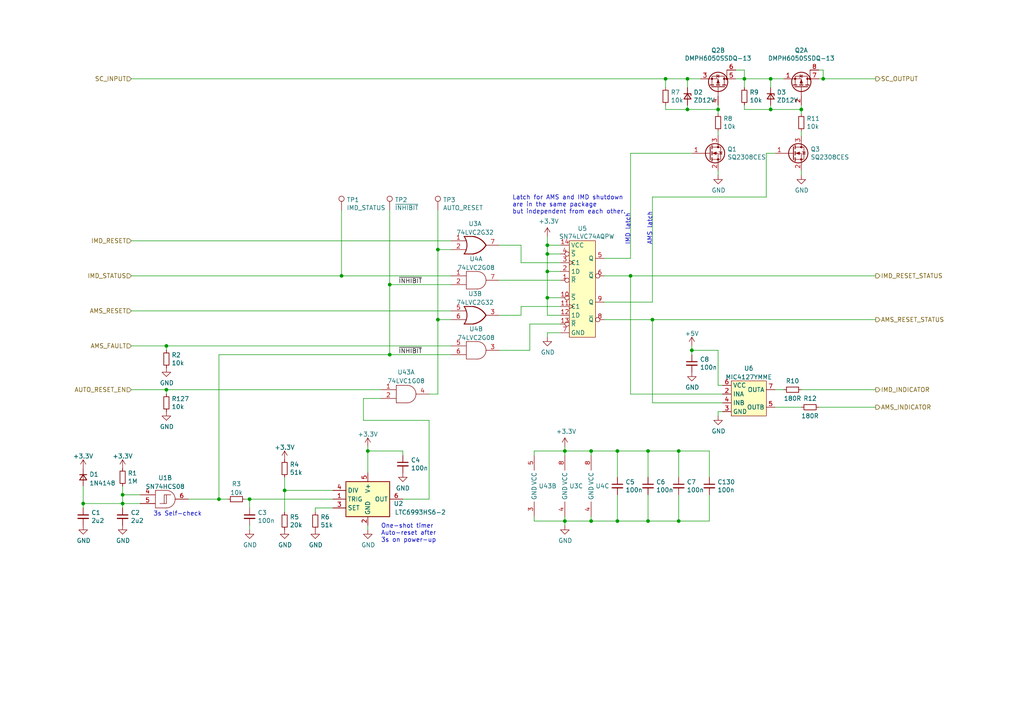
<source format=kicad_sch>
(kicad_sch (version 20230121) (generator eeschema)
  (paper "A4")
  (title_block (title "SPR23e Battery Management Unit (BMU)") (date "2023-03-25") (rev "B") (company "Scuderia Mensa HS RheinMain racing e.V.") (comment 1 "Author: Luca Engelmann") (comment 2 "Car number: 65"))
  (lib_symbols
    (symbol "74xx1G08_1"
      (property "Reference" "U" (at 3.81 6.35 0))
      (property "Value" "74xx1G08" (at 5.08 3.81 0))
      (symbol "74xx1G08_1_1_1"
        (pin input line (at -7.62 1.27 0) (length 4.318) (name "~") (number "1"))
        (pin input line (at -7.62 -1.27 0) (length 4.318) (name "~") (number "2"))
        (pin output line (at 6.35 0 180) (length 3.81) (name "~") (number "4"))
      )
      (symbol "74xx1G08_1_2_1"
        (pin input line (at 0 -8.89 90) (length 4.318) (name "GND") (number "3"))
        (pin input line (at 0 8.89 270) (length 4.318) (name "VCC") (number "5"))
      )
    )
    (symbol "74xx2G08_1"
      (property "Reference" "U" (at 3.81 6.35 0))
      (property "Value" "74xx2G08_1" (at 5.08 3.81 0))
      (symbol "74xx2G08_1_1_1"
        (pin input line (at -7.62 1.27 0) (length 4.318) (name "~") (number "1"))
        (pin input line (at -7.62 -1.27 0) (length 4.318) (name "~") (number "2"))
        (pin output line (at 6.35 0 180) (length 3.81) (name "~") (number "7"))
      )
      (symbol "74xx2G08_1_2_1"
        (pin output line (at 6.35 0 180) (length 3.81) (name "~") (number "3"))
        (pin input line (at -7.62 1.27 0) (length 4.318) (name "~") (number "5"))
        (pin input line (at -7.62 -1.27 0) (length 4.318) (name "~") (number "6"))
      )
      (symbol "74xx2G08_1_3_1"
        (pin input line (at 0 -8.89 90) (length 4.318) (name "GND") (number "4"))
        (pin input line (at 0 8.89 270) (length 4.318) (name "VCC") (number "8"))
      )
    )
    (symbol "74xx2G08_2"
      (property "Reference" "U" (at 3.81 6.35 0))
      (property "Value" "74xx2G08_2" (at 5.08 3.81 0))
      (symbol "74xx2G08_2_1_1"
        (pin input line (at -7.62 1.27 0) (length 4.318) (name "~") (number "1"))
        (pin input line (at -7.62 -1.27 0) (length 4.318) (name "~") (number "2"))
        (pin output line (at 6.35 0 180) (length 3.81) (name "~") (number "7"))
      )
      (symbol "74xx2G08_2_2_1"
        (pin output line (at 6.35 0 180) (length 3.81) (name "~") (number "3"))
        (pin input line (at -7.62 1.27 0) (length 4.318) (name "~") (number "5"))
        (pin input line (at -7.62 -1.27 0) (length 4.318) (name "~") (number "6"))
      )
      (symbol "74xx2G08_2_3_1"
        (pin input line (at 0 -8.89 90) (length 4.318) (name "GND") (number "4"))
        (pin input line (at 0 8.89 270) (length 4.318) (name "VCC") (number "8"))
      )
    )
    (symbol "74xx2G32_1"
      (property "Reference" "U" (at 5.08 6.35 0))
      (property "Value" "74xx2G32_1" (at 5.08 3.81 0))
      (symbol "74xx2G32_1_1_1"
        (pin input line (at -6.35 1.27 0) (length 4.318) (name "~") (number "1"))
        (pin input line (at -6.35 -1.27 0) (length 4.318) (name "~") (number "2"))
        (pin output line (at 7.62 0 180) (length 3.81) (name "~") (number "7"))
      )
      (symbol "74xx2G32_1_2_1"
        (pin output line (at 7.62 0 180) (length 3.81) (name "~") (number "3"))
        (pin input line (at -6.35 1.27 0) (length 4.318) (name "~") (number "5"))
        (pin input line (at -6.35 -1.27 0) (length 4.318) (name "~") (number "6"))
      )
      (symbol "74xx2G32_1_3_1"
        (pin input line (at 0 -8.89 90) (length 4.318) (name "GND") (number "4"))
        (pin input line (at 0 8.89 270) (length 4.318) (name "VCC") (number "8"))
      )
    )
    (symbol "74xx2G32_2"
      (property "Reference" "U" (at 5.08 6.35 0))
      (property "Value" "74xx2G32_2" (at 5.08 3.81 0))
      (symbol "74xx2G32_2_1_1"
        (pin input line (at -6.35 1.27 0) (length 4.318) (name "~") (number "1"))
        (pin input line (at -6.35 -1.27 0) (length 4.318) (name "~") (number "2"))
        (pin output line (at 7.62 0 180) (length 3.81) (name "~") (number "7"))
      )
      (symbol "74xx2G32_2_2_1"
        (pin output line (at 7.62 0 180) (length 3.81) (name "~") (number "3"))
        (pin input line (at -6.35 1.27 0) (length 4.318) (name "~") (number "5"))
        (pin input line (at -6.35 -1.27 0) (length 4.318) (name "~") (number "6"))
      )
      (symbol "74xx2G32_2_3_1"
        (pin input line (at 0 -8.89 90) (length 4.318) (name "GND") (number "4"))
        (pin input line (at 0 8.89 270) (length 4.318) (name "VCC") (number "8"))
      )
    )
    (symbol "Connector:TestPoint" (pin_numbers hide) (pin_names (offset 0.762) hide)
      (property "Reference" "TP" (at 0 6.858 0))
      (property "Value" "TestPoint" (at 0 5.08 0))
      (symbol "TestPoint_1_1"
        (pin passive line (at 0 0 90) (length 2.54) (name "1") (number "1"))
      )
    )
    (symbol "Device:C_Small" (pin_numbers hide) (pin_names (offset 0.254) hide)
      (property "Reference" "C" (at 0.254 1.778 0))
      (property "Value" "C_Small" (at 0.254 -2.032 0))
      (symbol "C_Small_1_1"
        (pin passive line (at 0 2.54 270) (length 2.032) (name "~") (number "1"))
        (pin passive line (at 0 -2.54 90) (length 2.032) (name "~") (number "2"))
      )
    )
    (symbol "Device:D_Small" (pin_numbers hide) (pin_names (offset 0.254) hide)
      (property "Reference" "D" (at -1.27 2.032 0))
      (property "Value" "D_Small" (at -3.81 -2.032 0))
      (symbol "D_Small_1_1"
        (pin passive line (at -2.54 0 0) (length 1.778) (name "K") (number "1"))
        (pin passive line (at 2.54 0 180) (length 1.778) (name "A") (number "2"))
      )
    )
    (symbol "Device:D_Zener_Small" (pin_numbers hide) (pin_names (offset 0.254) hide)
      (property "Reference" "D" (at 0 2.286 0))
      (property "Value" "D_Zener_Small" (at 0 -2.286 0))
      (symbol "D_Zener_Small_1_1"
        (pin passive line (at -2.54 0 0) (length 1.778) (name "K") (number "1"))
        (pin passive line (at 2.54 0 180) (length 1.778) (name "A") (number "2"))
      )
    )
    (symbol "Device:Q_NMOS_GSD" (pin_names (offset 0) hide)
      (property "Reference" "Q" (at 5.08 1.27 0))
      (property "Value" "Q_NMOS_GSD" (at 5.08 -1.27 0))
      (symbol "Q_NMOS_GSD_1_1"
        (pin input line (at -5.08 0 0) (length 2.54) (name "G") (number "1"))
        (pin passive line (at 2.54 -5.08 90) (length 2.54) (name "S") (number "2"))
        (pin passive line (at 2.54 5.08 270) (length 2.54) (name "D") (number "3"))
      )
    )
    (symbol "Device:R_Small" (pin_numbers hide) (pin_names (offset 0.254) hide)
      (property "Reference" "R" (at 0.762 0.508 0))
      (property "Value" "R_Small" (at 0.762 -1.016 0))
      (symbol "R_Small_1_1"
        (pin passive line (at 0 2.54 270) (length 0.762) (name "~") (number "1"))
        (pin passive line (at 0 -2.54 90) (length 0.762) (name "~") (number "2"))
      )
    )
    (symbol "GND_11" (power) (pin_names (offset 0))
      (property "Value" "GND_11" (at 0 -3.81 0))
      (symbol "GND_11_1_1"
        (pin power_in line (at 0 0 270) (length 0) hide (name "GND") (number "1"))
      )
    )
    (symbol "GND_12" (power) (pin_names (offset 0))
      (property "Value" "GND_12" (at 0 -3.81 0))
      (symbol "GND_12_1_1"
        (pin power_in line (at 0 0 270) (length 0) hide (name "GND") (number "1"))
      )
    )
    (symbol "GND_13" (power) (pin_names (offset 0))
      (property "Value" "GND_13" (at 0 -3.81 0))
      (symbol "GND_13_1_1"
        (pin power_in line (at 0 0 270) (length 0) hide (name "GND") (number "1"))
      )
    )
    (symbol "GND_14" (power) (pin_names (offset 0))
      (property "Value" "GND_14" (at 0 -3.81 0))
      (symbol "GND_14_1_1"
        (pin power_in line (at 0 0 270) (length 0) hide (name "GND") (number "1"))
      )
    )
    (symbol "GND_4" (power) (pin_names (offset 0))
      (property "Value" "GND_4" (at 0 -3.81 0))
      (symbol "GND_4_1_1"
        (pin power_in line (at 0 0 270) (length 0) hide (name "GND") (number "1"))
      )
    )
    (symbol "GND_6" (power) (pin_names (offset 0))
      (property "Value" "GND_6" (at 0 -3.81 0))
      (symbol "GND_6_1_1"
        (pin power_in line (at 0 0 270) (length 0) hide (name "GND") (number "1"))
      )
    )
    (symbol "GND_8" (power) (pin_names (offset 0))
      (property "Value" "GND_8" (at 0 -3.81 0))
      (symbol "GND_8_1_1"
        (pin power_in line (at 0 0 270) (length 0) hide (name "GND") (number "1"))
      )
    )
    (symbol "Scuderia:74HCS08"
      (property "Reference" "U" (at 2.54 6.35 0))
      (property "Value" "74HCS08" (at 5.08 3.81 0))
      (symbol "74HCS08_1_1"
        (pin input line (at -7.62 1.27 0) (length 4.318) (name "~") (number "1"))
        (pin input line (at -7.62 -1.27 0) (length 4.318) (name "~") (number "2"))
        (pin output line (at 6.35 0 180) (length 3.81) (name "~") (number "3"))
      )
      (symbol "74HCS08_2_1"
        (pin input line (at -7.62 1.27 0) (length 4.318) (name "~") (number "4"))
        (pin input line (at -7.62 -1.27 0) (length 4.318) (name "~") (number "5"))
        (pin output line (at 6.35 0 180) (length 3.81) (name "~") (number "6"))
      )
      (symbol "74HCS08_3_1"
        (pin input line (at -7.62 -1.27 0) (length 4.318) (name "~") (number "10"))
        (pin output line (at 6.35 0 180) (length 3.81) (name "~") (number "8"))
        (pin input line (at -7.62 1.27 0) (length 4.318) (name "~") (number "9"))
      )
      (symbol "74HCS08_4_1"
        (pin output line (at 6.35 0 180) (length 3.81) (name "~") (number "11"))
        (pin input line (at -7.62 1.27 0) (length 4.318) (name "~") (number "12"))
        (pin input line (at -7.62 -1.27 0) (length 4.318) (name "~") (number "13"))
      )
      (symbol "74HCS08_5_1"
        (pin input line (at 0 8.89 270) (length 4.318) (name "VCC") (number "14"))
        (pin input line (at 0 -8.89 90) (length 4.318) (name "GND") (number "7"))
      )
    )
    (symbol "Scuderia:74xx1G08"
      (property "Reference" "U" (at 3.81 6.35 0))
      (property "Value" "74xx1G08" (at 5.08 3.81 0))
      (symbol "74xx1G08_1_1"
        (pin input line (at -7.62 1.27 0) (length 4.318) (name "~") (number "1"))
        (pin input line (at -7.62 -1.27 0) (length 4.318) (name "~") (number "2"))
        (pin output line (at 6.35 0 180) (length 3.81) (name "~") (number "4"))
      )
      (symbol "74xx1G08_2_1"
        (pin input line (at 0 -8.89 90) (length 4.318) (name "GND") (number "3"))
        (pin input line (at 0 8.89 270) (length 4.318) (name "VCC") (number "5"))
      )
    )
    (symbol "Scuderia:74xx2G08"
      (property "Reference" "U" (at 3.81 6.35 0))
      (property "Value" "74xx2G08" (at 5.08 3.81 0))
      (symbol "74xx2G08_1_1"
        (pin input line (at -7.62 1.27 0) (length 4.318) (name "~") (number "1"))
        (pin input line (at -7.62 -1.27 0) (length 4.318) (name "~") (number "2"))
        (pin output line (at 6.35 0 180) (length 3.81) (name "~") (number "7"))
      )
      (symbol "74xx2G08_2_1"
        (pin output line (at 6.35 0 180) (length 3.81) (name "~") (number "3"))
        (pin input line (at -7.62 1.27 0) (length 4.318) (name "~") (number "5"))
        (pin input line (at -7.62 -1.27 0) (length 4.318) (name "~") (number "6"))
      )
      (symbol "74xx2G08_3_1"
        (pin input line (at 0 -8.89 90) (length 4.318) (name "GND") (number "4"))
        (pin input line (at 0 8.89 270) (length 4.318) (name "VCC") (number "8"))
      )
    )
    (symbol "Scuderia:74xx2G32"
      (property "Reference" "U" (at 5.08 6.35 0))
      (property "Value" "74xx2G32" (at 5.08 3.81 0))
      (symbol "74xx2G32_1_1"
        (pin input line (at -6.35 1.27 0) (length 4.318) (name "~") (number "1"))
        (pin input line (at -6.35 -1.27 0) (length 4.318) (name "~") (number "2"))
        (pin output line (at 7.62 0 180) (length 3.81) (name "~") (number "7"))
      )
      (symbol "74xx2G32_2_1"
        (pin output line (at 7.62 0 180) (length 3.81) (name "~") (number "3"))
        (pin input line (at -6.35 1.27 0) (length 4.318) (name "~") (number "5"))
        (pin input line (at -6.35 -1.27 0) (length 4.318) (name "~") (number "6"))
      )
      (symbol "74xx2G32_3_1"
        (pin input line (at 0 -8.89 90) (length 4.318) (name "GND") (number "4"))
        (pin input line (at 0 8.89 270) (length 4.318) (name "VCC") (number "8"))
      )
    )
    (symbol "Scuderia:74xx74"
      (property "Reference" "U" (at 0 17.78 0))
      (property "Value" "74xx74" (at 0 15.24 0))
      (symbol "74xx74_1_1"
        (pin input inverted (at -6.35 2.54 0) (length 2.54) (name "~{R}") (number "1"))
        (pin input inverted (at -6.35 -2.54 0) (length 2.54) (name "~{S}") (number "10"))
        (pin input clock (at -6.35 -5.08 0) (length 2.54) (name "C1") (number "11"))
        (pin input line (at -6.35 -7.62 0) (length 2.54) (name "1D") (number "12"))
        (pin input inverted (at -6.35 -10.16 0) (length 2.54) (name "~{R}") (number "13"))
        (pin input line (at -6.35 12.7 0) (length 2.54) (name "VCC") (number "14"))
        (pin input line (at -6.35 5.08 0) (length 2.54) (name "1D") (number "2"))
        (pin input clock (at -6.35 7.62 0) (length 2.54) (name "C1") (number "3"))
        (pin input inverted (at -6.35 10.16 0) (length 2.54) (name "~{S}") (number "4"))
        (pin output line (at 6.35 8.89 180) (length 2.54) (name "Q") (number "5"))
        (pin output inverted (at 6.35 3.81 180) (length 2.54) (name "~{Q}") (number "6"))
        (pin input line (at -6.35 -12.7 0) (length 2.54) (name "GND") (number "7"))
        (pin output inverted (at 6.35 -8.89 180) (length 2.54) (name "~{Q}") (number "8"))
        (pin output line (at 6.35 -3.81 180) (length 2.54) (name "Q") (number "9"))
      )
    )
    (symbol "Scuderia:MIC4127"
      (property "Reference" "U" (at -5.08 10.16 0))
      (property "Value" "MIC4127" (at -5.08 7.62 0))
      (symbol "MIC4127_1_1"
        (pin input line (at -7.62 1.27 0) (length 2.54) (name "INA") (number "2"))
        (pin input line (at -7.62 -3.81 0) (length 2.54) (name "GND") (number "3"))
        (pin input line (at -7.62 -1.27 0) (length 2.54) (name "INB") (number "4"))
        (pin output line (at 7.62 -2.54 180) (length 2.54) (name "OUTB") (number "5"))
        (pin input line (at -7.62 3.81 0) (length 2.54) (name "VCC") (number "6"))
        (pin output line (at 7.62 2.54 180) (length 2.54) (name "OUTA") (number "7"))
        (pin input line (at -7.62 -3.81 0) (length 2.54) hide (name "GND") (number "9"))
      )
    )
    (symbol "Timer:LTC6993xS6-1"
      (property "Reference" "U" (at -5.08 6.35 0))
      (property "Value" "LTC6993xS6-1" (at 7.62 6.35 0))
      (symbol "LTC6993xS6-1_1_1"
        (pin input line (at -10.16 0 0) (length 3.81) (name "TRIG") (number "1"))
        (pin power_in line (at 0 -7.62 90) (length 2.54) (name "GND") (number "2"))
        (pin passive line (at -10.16 -2.54 0) (length 3.81) (name "SET") (number "3"))
        (pin input line (at -10.16 2.54 0) (length 3.81) (name "DIV") (number "4"))
        (pin power_in line (at 0 7.62 270) (length 2.54) (name "V+") (number "5"))
        (pin output line (at 10.16 0 180) (length 3.81) (name "OUT") (number "6"))
      )
    )
    (symbol "power:+3.3V" (power) (pin_names (offset 0))
      (property "Value" "+3.3V" (at 0 3.556 0))
      (symbol "+3.3V_1_1"
        (pin power_in line (at 0 0 90) (length 0) hide (name "+3.3V") (number "1"))
      )
    )
    (symbol "power:+5V" (power) (pin_names (offset 0))
      (property "Value" "+5V" (at 0 3.556 0))
      (symbol "+5V_1_1"
        (pin power_in line (at 0 0 90) (length 0) hide (name "+5V") (number "1"))
      )
    )
    (symbol "power:GND" (power) (pin_names (offset 0))
      (property "Value" "GND" (at 0 -3.81 0))
      (symbol "GND_1_1"
        (pin power_in line (at 0 0 270) (length 0) hide (name "GND") (number "1"))
      )
    )
    (symbol "spr22e-bmu-rescue:Q_DUAL_PMOS_S1G1S2G2D2D2D1D1-Device" (pin_names (offset 0) hide)
      (property "Reference" "Q" (at 6.35 1.27 0))
      (property "Value" "Q_DUAL_PMOS_S1G1S2G2D2D2D1D1-Device" (at 21.59 -1.27 0))
      (symbol "Q_DUAL_PMOS_S1G1S2G2D2D2D1D1-Device_1_1"
        (pin passive line (at 2.54 -5.08 90) (length 2.54) (name "S") (number "1"))
        (pin input line (at -5.08 0 0) (length 2.54) (name "G") (number "2"))
        (pin passive line (at 2.54 5.08 270) (length 2.54) (name "D") (number "7"))
        (pin passive line (at 5.08 5.08 270) (length 2.54) (name "G") (number "8"))
      )
      (symbol "Q_DUAL_PMOS_S1G1S2G2D2D2D1D1-Device_2_1"
        (pin passive line (at 2.54 -5.08 90) (length 2.54) (name "S") (number "3"))
        (pin input line (at -5.08 0 0) (length 2.54) (name "G") (number "4"))
        (pin passive line (at 2.54 5.08 270) (length 2.54) (name "D") (number "5"))
        (pin passive line (at 5.08 5.08 270) (length 2.54) (name "G") (number "6"))
      )
    )
  )
  (junction (at 208.28 31.75))
  (junction (at 24.13 146.05))
  (junction (at 63.5 144.78))
  (junction (at 232.41 31.75))
  (junction (at 200.66 101.6))
  (junction (at 223.52 22.86))
  (junction (at 179.07 130.81))
  (junction (at 99.06 80.01))
  (junction (at 48.26 100.33))
  (junction (at 215.9 22.86))
  (junction (at 189.23 92.71))
  (junction (at 163.83 151.13))
  (junction (at 72.39 144.78))
  (junction (at 196.85 130.81))
  (junction (at 158.75 71.12))
  (junction (at 199.39 31.75))
  (junction (at 158.75 73.66))
  (junction (at 223.52 31.75))
  (junction (at 187.96 130.81))
  (junction (at 196.85 151.13))
  (junction (at 238.76 22.86))
  (junction (at 182.88 80.01))
  (junction (at 113.03 102.87))
  (junction (at 127 72.39))
  (junction (at 187.96 151.13))
  (junction (at 158.75 78.74))
  (junction (at 48.26 113.03))
  (junction (at 158.75 86.36))
  (junction (at 35.56 146.05))
  (junction (at 163.83 130.81))
  (junction (at 179.07 151.13))
  (junction (at 171.45 130.81))
  (junction (at 199.39 22.86))
  (junction (at 35.56 143.51))
  (junction (at 193.04 22.86))
  (junction (at 127 92.71))
  (junction (at 82.55 142.24))
  (junction (at 106.68 130.81))
  (junction (at 113.03 82.55))
  (junction (at 171.45 151.13))
  (wire (pts (xy 38.1 22.86) (xy 193.04 22.86)))
  (wire (pts (xy 232.41 113.03) (xy 254 113.03)))
  (wire (pts (xy 96.52 142.24) (xy 82.55 142.24)))
  (wire (pts (xy 35.56 146.05) (xy 35.56 147.32)))
  (wire (pts (xy 116.84 144.78) (xy 124.46 144.78)))
  (wire (pts (xy 237.49 20.32) (xy 238.76 20.32)))
  (wire (pts (xy 227.33 22.86) (xy 223.52 22.86)))
  (wire (pts (xy 106.68 130.81) (xy 106.68 129.54)))
  (wire (pts (xy 154.94 132.08) (xy 154.94 130.81)))
  (wire (pts (xy 72.39 144.78) (xy 72.39 147.32)))
  (wire (pts (xy 38.1 80.01) (xy 99.06 80.01)))
  (wire (pts (xy 199.39 30.48) (xy 199.39 31.75)))
  (wire (pts (xy 38.1 69.85) (xy 130.81 69.85)))
  (wire (pts (xy 113.03 102.87) (xy 130.81 102.87)))
  (wire (pts (xy 232.41 38.1) (xy 232.41 39.37)))
  (wire (pts (xy 158.75 96.52) (xy 158.75 97.79)))
  (wire (pts (xy 162.56 86.36) (xy 158.75 86.36)))
  (wire (pts (xy 238.76 20.32) (xy 238.76 22.86)))
  (wire (pts (xy 144.78 81.28) (xy 162.56 81.28)))
  (wire (pts (xy 189.23 92.71) (xy 189.23 116.84)))
  (wire (pts (xy 189.23 87.63) (xy 189.23 57.15)))
  (wire (pts (xy 54.61 144.78) (xy 63.5 144.78)))
  (wire (pts (xy 187.96 143.51) (xy 187.96 151.13)))
  (wire (pts (xy 196.85 130.81) (xy 196.85 138.43)))
  (wire (pts (xy 48.26 100.33) (xy 130.81 100.33)))
  (wire (pts (xy 199.39 31.75) (xy 208.28 31.75)))
  (wire (pts (xy 48.26 113.03) (xy 110.49 113.03)))
  (wire (pts (xy 113.03 60.96) (xy 113.03 82.55)))
  (wire (pts (xy 171.45 130.81) (xy 179.07 130.81)))
  (wire (pts (xy 199.39 22.86) (xy 199.39 25.4)))
  (wire (pts (xy 154.94 149.86) (xy 154.94 151.13)))
  (wire (pts (xy 24.13 146.05) (xy 35.56 146.05)))
  (wire (pts (xy 127 60.96) (xy 127 72.39)))
  (wire (pts (xy 203.2 22.86) (xy 199.39 22.86)))
  (wire (pts (xy 35.56 140.97) (xy 35.56 143.51)))
  (wire (pts (xy 105.41 115.57) (xy 110.49 115.57)))
  (wire (pts (xy 179.07 143.51) (xy 179.07 151.13)))
  (wire (pts (xy 232.41 31.75) (xy 232.41 30.48)))
  (wire (pts (xy 232.41 118.11) (xy 224.79 118.11)))
  (wire (pts (xy 208.28 50.8) (xy 208.28 49.53)))
  (wire (pts (xy 63.5 144.78) (xy 66.04 144.78)))
  (wire (pts (xy 179.07 151.13) (xy 187.96 151.13)))
  (wire (pts (xy 106.68 152.4) (xy 106.68 153.67)))
  (wire (pts (xy 238.76 22.86) (xy 254 22.86)))
  (wire (pts (xy 162.56 93.98) (xy 153.67 93.98)))
  (wire (pts (xy 63.5 102.87) (xy 113.03 102.87)))
  (wire (pts (xy 171.45 151.13) (xy 179.07 151.13)))
  (wire (pts (xy 215.9 30.48) (xy 215.9 31.75)))
  (wire (pts (xy 162.56 91.44) (xy 158.75 91.44)))
  (wire (pts (xy 163.83 151.13) (xy 171.45 151.13)))
  (wire (pts (xy 158.75 91.44) (xy 158.75 86.36)))
  (wire (pts (xy 127 114.3) (xy 127 92.71)))
  (wire (pts (xy 175.26 80.01) (xy 182.88 80.01)))
  (wire (pts (xy 153.67 93.98) (xy 153.67 101.6)))
  (wire (pts (xy 200.66 101.6) (xy 208.28 101.6)))
  (wire (pts (xy 158.75 73.66) (xy 158.75 71.12)))
  (wire (pts (xy 82.55 142.24) (xy 82.55 138.43)))
  (wire (pts (xy 196.85 143.51) (xy 196.85 151.13)))
  (wire (pts (xy 200.66 101.6) (xy 200.66 102.87)))
  (wire (pts (xy 187.96 130.81) (xy 196.85 130.81)))
  (wire (pts (xy 222.25 57.15) (xy 222.25 44.45)))
  (wire (pts (xy 35.56 143.51) (xy 40.64 143.51)))
  (wire (pts (xy 208.28 33.02) (xy 208.28 31.75)))
  (wire (pts (xy 215.9 31.75) (xy 223.52 31.75)))
  (wire (pts (xy 189.23 92.71) (xy 254 92.71)))
  (wire (pts (xy 105.41 121.92) (xy 105.41 115.57)))
  (wire (pts (xy 232.41 33.02) (xy 232.41 31.75)))
  (wire (pts (xy 205.74 151.13) (xy 196.85 151.13)))
  (wire (pts (xy 223.52 25.4) (xy 223.52 22.86)))
  (wire (pts (xy 193.04 31.75) (xy 199.39 31.75)))
  (wire (pts (xy 158.75 78.74) (xy 158.75 73.66)))
  (wire (pts (xy 116.84 132.08) (xy 116.84 130.81)))
  (wire (pts (xy 205.74 143.51) (xy 205.74 151.13)))
  (wire (pts (xy 208.28 111.76) (xy 209.55 111.76)))
  (wire (pts (xy 193.04 25.4) (xy 193.04 22.86)))
  (wire (pts (xy 99.06 60.96) (xy 99.06 80.01)))
  (wire (pts (xy 72.39 144.78) (xy 96.52 144.78)))
  (wire (pts (xy 127 92.71) (xy 127 72.39)))
  (wire (pts (xy 163.83 130.81) (xy 163.83 132.08)))
  (wire (pts (xy 35.56 143.51) (xy 35.56 146.05)))
  (wire (pts (xy 208.28 101.6) (xy 208.28 111.76)))
  (wire (pts (xy 222.25 44.45) (xy 224.79 44.45)))
  (wire (pts (xy 213.36 20.32) (xy 215.9 20.32)))
  (wire (pts (xy 208.28 31.75) (xy 208.28 30.48)))
  (wire (pts (xy 215.9 20.32) (xy 215.9 22.86)))
  (wire (pts (xy 38.1 100.33) (xy 48.26 100.33)))
  (wire (pts (xy 182.88 74.93) (xy 182.88 44.45)))
  (wire (pts (xy 24.13 140.97) (xy 24.13 146.05)))
  (wire (pts (xy 99.06 80.01) (xy 130.81 80.01)))
  (wire (pts (xy 162.56 96.52) (xy 158.75 96.52)))
  (wire (pts (xy 187.96 151.13) (xy 196.85 151.13)))
  (wire (pts (xy 215.9 25.4) (xy 215.9 22.86)))
  (wire (pts (xy 124.46 114.3) (xy 127 114.3)))
  (wire (pts (xy 158.75 71.12) (xy 158.75 68.58)))
  (wire (pts (xy 38.1 113.03) (xy 48.26 113.03)))
  (wire (pts (xy 154.94 130.81) (xy 163.83 130.81)))
  (wire (pts (xy 151.13 91.44) (xy 144.78 91.44)))
  (wire (pts (xy 205.74 138.43) (xy 205.74 130.81)))
  (wire (pts (xy 223.52 31.75) (xy 232.41 31.75)))
  (wire (pts (xy 175.26 87.63) (xy 189.23 87.63)))
  (wire (pts (xy 208.28 119.38) (xy 208.28 120.65)))
  (wire (pts (xy 127 92.71) (xy 130.81 92.71)))
  (wire (pts (xy 215.9 22.86) (xy 213.36 22.86)))
  (wire (pts (xy 162.56 78.74) (xy 158.75 78.74)))
  (wire (pts (xy 163.83 130.81) (xy 171.45 130.81)))
  (wire (pts (xy 124.46 121.92) (xy 105.41 121.92)))
  (wire (pts (xy 158.75 86.36) (xy 158.75 78.74)))
  (wire (pts (xy 200.66 100.33) (xy 200.66 101.6)))
  (wire (pts (xy 106.68 130.81) (xy 106.68 137.16)))
  (wire (pts (xy 187.96 130.81) (xy 187.96 138.43)))
  (wire (pts (xy 162.56 88.9) (xy 151.13 88.9)))
  (wire (pts (xy 82.55 142.24) (xy 82.55 148.59)))
  (wire (pts (xy 124.46 144.78) (xy 124.46 121.92)))
  (wire (pts (xy 171.45 149.86) (xy 171.45 151.13)))
  (wire (pts (xy 162.56 71.12) (xy 158.75 71.12)))
  (wire (pts (xy 232.41 50.8) (xy 232.41 49.53)))
  (wire (pts (xy 223.52 22.86) (xy 215.9 22.86)))
  (wire (pts (xy 72.39 152.4) (xy 72.39 153.67)))
  (wire (pts (xy 179.07 130.81) (xy 179.07 138.43)))
  (wire (pts (xy 237.49 22.86) (xy 238.76 22.86)))
  (wire (pts (xy 113.03 82.55) (xy 113.03 102.87)))
  (wire (pts (xy 71.12 144.78) (xy 72.39 144.78)))
  (wire (pts (xy 189.23 57.15) (xy 222.25 57.15)))
  (wire (pts (xy 151.13 76.2) (xy 151.13 71.12)))
  (wire (pts (xy 227.33 113.03) (xy 224.79 113.03)))
  (wire (pts (xy 153.67 101.6) (xy 144.78 101.6)))
  (wire (pts (xy 163.83 151.13) (xy 163.83 152.4)))
  (wire (pts (xy 179.07 130.81) (xy 187.96 130.81)))
  (wire (pts (xy 175.26 74.93) (xy 182.88 74.93)))
  (wire (pts (xy 63.5 102.87) (xy 63.5 144.78)))
  (wire (pts (xy 182.88 114.3) (xy 209.55 114.3)))
  (wire (pts (xy 193.04 22.86) (xy 199.39 22.86)))
  (wire (pts (xy 182.88 80.01) (xy 254 80.01)))
  (wire (pts (xy 162.56 76.2) (xy 151.13 76.2)))
  (wire (pts (xy 38.1 90.17) (xy 130.81 90.17)))
  (wire (pts (xy 144.78 71.12) (xy 151.13 71.12)))
  (wire (pts (xy 96.52 147.32) (xy 91.44 147.32)))
  (wire (pts (xy 237.49 118.11) (xy 254 118.11)))
  (wire (pts (xy 35.56 146.05) (xy 40.64 146.05)))
  (wire (pts (xy 127 72.39) (xy 130.81 72.39)))
  (wire (pts (xy 162.56 73.66) (xy 158.75 73.66)))
  (wire (pts (xy 151.13 88.9) (xy 151.13 91.44)))
  (wire (pts (xy 163.83 129.54) (xy 163.83 130.81)))
  (wire (pts (xy 48.26 113.03) (xy 48.26 114.3)))
  (wire (pts (xy 154.94 151.13) (xy 163.83 151.13)))
  (wire (pts (xy 24.13 147.32) (xy 24.13 146.05)))
  (wire (pts (xy 223.52 31.75) (xy 223.52 30.48)))
  (wire (pts (xy 130.81 82.55) (xy 113.03 82.55)))
  (wire (pts (xy 182.88 80.01) (xy 182.88 114.3)))
  (wire (pts (xy 175.26 92.71) (xy 189.23 92.71)))
  (wire (pts (xy 91.44 147.32) (xy 91.44 148.59)))
  (wire (pts (xy 116.84 130.81) (xy 106.68 130.81)))
  (wire (pts (xy 193.04 30.48) (xy 193.04 31.75)))
  (wire (pts (xy 48.26 100.33) (xy 48.26 101.6)))
  (wire (pts (xy 209.55 116.84) (xy 189.23 116.84)))
  (wire (pts (xy 171.45 130.81) (xy 171.45 132.08)))
  (wire (pts (xy 209.55 119.38) (xy 208.28 119.38)))
  (wire (pts (xy 182.88 44.45) (xy 200.66 44.45)))
  (wire (pts (xy 205.74 130.81) (xy 196.85 130.81)))
  (wire (pts (xy 163.83 149.86) (xy 163.83 151.13)))
  (wire (pts (xy 208.28 39.37) (xy 208.28 38.1)))
  (text "Latch for AMS and IMD shutdown\nare in the same package\nbut independent from each other." (at 148.59 62.23 0) (effects (font (size 1.27 1.27)) (justify left bottom)))
  (text "3s Self-check" (at 44.45 149.86 0) (effects (font (size 1.27 1.27)) (justify left bottom)))
  (text "One-shot timer\nAuto-reset after \n3s on power-up" (at 110.49 157.48 0) (effects (font (size 1.27 1.27)) (justify left bottom)))
  (text "AMS latch" (at 189.23 71.12 90) (effects (font (size 1.27 1.27)) (justify left bottom)))
  (text "IMD latch" (at 182.88 71.12 90) (effects (font (size 1.27 1.27)) (justify left bottom)))
  (label "~{INHIBIT}" (at 115.57 102.87 0))
  (label "~{INHIBIT}" (at 115.57 82.55 0))
  (hierarchical_label "IMD_RESET_STATUS" (shape output) (at 254 80.01 0))
  (hierarchical_label "AMS_RESET_STATUS" (shape output) (at 254 92.71 0))
  (hierarchical_label "AMS_INDICATOR" (shape output) (at 254 118.11 0))
  (hierarchical_label "AUTO_RESET_EN" (shape input) (at 38.1 113.03 180))
  (hierarchical_label "SC_OUTPUT" (shape output) (at 254 22.86 0))
  (hierarchical_label "AMS_FAULT" (shape input) (at 38.1 100.33 180))
  (hierarchical_label "IMD_INDICATOR" (shape output) (at 254 113.03 0))
  (hierarchical_label "SC_INPUT" (shape input) (at 38.1 22.86 180))
  (hierarchical_label "IMD_RESET" (shape input) (at 38.1 69.85 180))
  (hierarchical_label "IMD_STATUS" (shape input) (at 38.1 80.01 180))
  (hierarchical_label "AMS_RESET" (shape input) (at 38.1 90.17 180))
  (symbol (lib_name "GND_4") (lib_id "power:GND") (at 158.75 97.79 0) (unit 1)
    (property "Reference" "#PWR026" (effects hide))
    (property "Value" "GND" (at 158.877 102.1842 0))
  )
  (symbol (lib_id "power:+3.3V") (at 158.75 68.58 0) (unit 1)
    (property "Reference" "#PWR025" (effects hide))
    (property "Value" "+3.3V" (at 159.131 64.1858 0))
  )
  (symbol (lib_id "spr22e-bmu-rescue:Q_DUAL_PMOS_S1G1S2G2D2D2D1D1-Device") (at 232.41 25.4 270) (mirror x) (unit 1)
    (property "Reference" "Q2" (at 232.41 14.605 90))
    (property "Value" "DMPH6050SSDQ-13" (at 232.41 16.9164 90))
    (property "Footprint" "Package_SO:SOIC-8_3.9x4.9mm_P1.27mm" (effects hide))
  )
  (symbol (lib_id "spr22e-bmu-rescue:Q_DUAL_PMOS_S1G1S2G2D2D2D1D1-Device") (at 208.28 25.4 270) (mirror x) (unit 2)
    (property "Reference" "Q2" (at 208.28 14.605 90))
    (property "Value" "DMPH6050SSDQ-13" (at 208.28 16.9164 90))
    (property "Footprint" "Package_SO:SOIC-8_3.9x4.9mm_P1.27mm" (effects hide))
  )
  (symbol (lib_id "Device:D_Zener_Small") (at 199.39 27.94 270) (unit 1)
    (property "Reference" "D2" (at 201.168 26.7716 90) (effects (justify left)))
    (property "Value" "ZD12V" (at 201.168 29.083 90) (effects (justify left)))
    (property "Footprint" "Diode_SMD:D_SOD-123" (effects hide))
  )
  (symbol (lib_id "Device:D_Zener_Small") (at 223.52 27.94 270) (unit 1)
    (property "Reference" "D3" (at 225.298 26.7716 90) (effects (justify left)))
    (property "Value" "ZD12V" (at 225.298 29.083 90) (effects (justify left)))
    (property "Footprint" "Diode_SMD:D_SOD-123" (effects hide))
  )
  (symbol (lib_id "Device:R_Small") (at 193.04 27.94 0) (unit 1)
    (property "Reference" "R7" (at 194.5386 26.7716 0) (effects (justify left)))
    (property "Value" "10k" (at 194.5386 29.083 0) (effects (justify left)))
    (property "Footprint" "Resistor_SMD:R_0603_1608Metric" (effects hide))
  )
  (symbol (lib_id "Device:R_Small") (at 215.9 27.94 0) (unit 1)
    (property "Reference" "R9" (at 217.3986 26.7716 0) (effects (justify left)))
    (property "Value" "10k" (at 217.3986 29.083 0) (effects (justify left)))
    (property "Footprint" "Resistor_SMD:R_0603_1608Metric" (effects hide))
  )
  (symbol (lib_id "Device:Q_NMOS_GSD") (at 205.74 44.45 0) (unit 1)
    (property "Reference" "Q1" (at 210.947 43.2816 0) (effects (justify left)))
    (property "Value" "SQ2308CES" (at 210.947 45.593 0) (effects (justify left)))
    (property "Footprint" "Scuderia:SOT-23" (effects hide))
  )
  (symbol (lib_id "Device:Q_NMOS_GSD") (at 229.87 44.45 0) (unit 1)
    (property "Reference" "Q3" (at 235.077 43.2816 0) (effects (justify left)))
    (property "Value" "SQ2308CES" (at 235.077 45.593 0) (effects (justify left)))
    (property "Footprint" "Scuderia:SOT-23" (effects hide))
  )
  (symbol (lib_id "Device:R_Small") (at 208.28 35.56 0) (unit 1)
    (property "Reference" "R8" (at 209.7786 34.3916 0) (effects (justify left)))
    (property "Value" "10k" (at 209.7786 36.703 0) (effects (justify left)))
    (property "Footprint" "Resistor_SMD:R_0603_1608Metric" (effects hide))
  )
  (symbol (lib_id "Device:R_Small") (at 232.41 35.56 0) (unit 1)
    (property "Reference" "R11" (at 233.9086 34.3916 0) (effects (justify left)))
    (property "Value" "10k" (at 233.9086 36.703 0) (effects (justify left)))
    (property "Footprint" "Resistor_SMD:R_0603_1608Metric" (effects hide))
  )
  (symbol (lib_id "power:GND") (at 208.28 50.8 0) (unit 1)
    (property "Reference" "#PWR031" (effects hide))
    (property "Value" "GND" (at 208.407 55.1942 0))
  )
  (symbol (lib_name "GND_13") (lib_id "power:GND") (at 232.41 50.8 0) (unit 1)
    (property "Reference" "#PWR033" (effects hide))
    (property "Value" "GND" (at 232.537 55.1942 0))
  )
  (symbol (lib_id "Device:R_Small") (at 234.95 118.11 90) (unit 1)
    (property "Reference" "R12" (at 234.95 115.57 90))
    (property "Value" "180R" (at 234.95 120.65 90))
    (property "Footprint" "Resistor_SMD:R_0603_1608Metric" (effects hide))
  )
  (symbol (lib_id "Device:R_Small") (at 229.87 113.03 90) (unit 1)
    (property "Reference" "R10" (at 229.87 110.49 90))
    (property "Value" "180R" (at 229.87 115.57 90))
    (property "Footprint" "Resistor_SMD:R_0603_1608Metric" (effects hide))
  )
  (symbol (lib_id "Device:C_Small") (at 179.07 140.97 0) (unit 1)
    (property "Reference" "C5" (at 181.4068 139.8016 0) (effects (justify left)))
    (property "Value" "100n" (at 181.4068 142.113 0) (effects (justify left)))
    (property "Footprint" "Capacitor_SMD:C_0603_1608Metric" (effects hide))
  )
  (symbol (lib_id "Device:C_Small") (at 187.96 140.97 0) (unit 1)
    (property "Reference" "C6" (at 190.2968 139.8016 0) (effects (justify left)))
    (property "Value" "100n" (at 190.2968 142.113 0) (effects (justify left)))
    (property "Footprint" "Capacitor_SMD:C_0603_1608Metric" (effects hide))
  )
  (symbol (lib_id "Device:C_Small") (at 196.85 140.97 0) (unit 1)
    (property "Reference" "C7" (at 199.1868 139.8016 0) (effects (justify left)))
    (property "Value" "100n" (at 199.1868 142.113 0) (effects (justify left)))
    (property "Footprint" "Capacitor_SMD:C_0603_1608Metric" (effects hide))
  )
  (symbol (lib_id "Scuderia:MIC4127") (at 217.17 115.57 0) (unit 1)
    (property "Reference" "U6" (at 217.17 106.841 0))
    (property "Value" "MIC4127YMME" (at 217.17 109.3779 0))
    (property "Footprint" "Package_SO:MSOP-8-1EP_3x3mm_P0.65mm_EP1.95x2.15mm_ThermalVias" (effects hide))
  )
  (symbol (lib_id "Device:R_Small") (at 82.55 135.89 0) (unit 1)
    (property "Reference" "R4" (at 84.0486 134.7216 0) (effects (justify left)))
    (property "Value" "51k" (at 84.0486 137.033 0) (effects (justify left)))
    (property "Footprint" "Resistor_SMD:R_0603_1608Metric" (effects hide))
  )
  (symbol (lib_id "Scuderia:74xx2G32") (at 163.83 140.97 0) (unit 3)
    (property "Reference" "U3" (at 165.1 140.97 0) (effects (justify left)))
    (property "Value" "74LVC2G32" (effects hide))
    (property "Footprint" "Package_SO:VSSOP-8_2.4x2.1mm_P0.5mm" (effects hide))
  )
  (symbol (lib_id "power:+5V") (at 200.66 100.33 0) (unit 1)
    (property "Reference" "#PWR029" (effects hide))
    (property "Value" "+5V" (at 200.66 96.7542 0))
  )
  (symbol (lib_id "Device:C_Small") (at 72.39 149.86 0) (unit 1)
    (property "Reference" "C3" (at 74.7268 148.6916 0) (effects (justify left)))
    (property "Value" "100n" (at 74.7268 151.003 0) (effects (justify left)))
    (property "Footprint" "Capacitor_SMD:C_0603_1608Metric" (effects hide))
  )
  (symbol (lib_id "Device:R_Small") (at 91.44 151.13 0) (unit 1)
    (property "Reference" "R6" (at 92.9386 149.9616 0) (effects (justify left)))
    (property "Value" "51k" (at 92.9386 152.273 0) (effects (justify left)))
    (property "Footprint" "Resistor_SMD:R_0603_1608Metric" (effects hide))
  )
  (symbol (lib_name "GND_8") (lib_id "power:GND") (at 72.39 153.67 0) (unit 1)
    (property "Reference" "#PWR018" (effects hide))
    (property "Value" "GND" (at 72.517 158.0642 0))
  )
  (symbol (lib_id "power:+3.3V") (at 24.13 135.89 0) (unit 1)
    (property "Reference" "#PWR013" (effects hide))
    (property "Value" "+3.3V" (at 24.13 132.3142 0))
  )
  (symbol (lib_id "power:+3.3V") (at 82.55 133.35 0) (unit 1)
    (property "Reference" "#PWR019" (effects hide))
    (property "Value" "+3.3V" (at 82.55 129.7742 0))
  )
  (symbol (lib_id "Connector:TestPoint") (at 113.03 60.96 0) (unit 1)
    (property "Reference" "TP2" (at 114.5032 57.9628 0) (effects (justify left)))
    (property "Value" "~{INHIBIT}" (at 114.5032 60.2742 0) (effects (justify left)))
    (property "Footprint" "TestPoint:TestPoint_Pad_D1.5mm" (effects hide))
  )
  (symbol (lib_name "GND_14") (lib_id "power:GND") (at 208.28 120.65 0) (unit 1)
    (property "Reference" "#PWR032" (effects hide))
    (property "Value" "GND" (at 208.407 125.0442 0))
  )
  (symbol (lib_id "Device:R_Small") (at 48.26 116.84 0) (unit 1)
    (property "Reference" "R127" (at 49.7586 115.6716 0) (effects (justify left)))
    (property "Value" "10k" (at 49.7586 117.983 0) (effects (justify left)))
    (property "Footprint" "Resistor_SMD:R_0603_1608Metric" (effects hide))
  )
  (symbol (lib_id "Device:C_Small") (at 116.84 134.62 0) (unit 1)
    (property "Reference" "C4" (at 119.1768 133.4516 0) (effects (justify left)))
    (property "Value" "100n" (at 119.1768 135.763 0) (effects (justify left)))
    (property "Footprint" "Capacitor_SMD:C_0603_1608Metric" (effects hide))
  )
  (symbol (lib_id "Device:R_Small") (at 68.58 144.78 90) (unit 1)
    (property "Reference" "R3" (at 68.58 140.3436 90))
    (property "Value" "10k" (at 68.58 142.8805 90))
    (property "Footprint" "Resistor_SMD:R_0603_1608Metric" (effects hide))
  )
  (symbol (lib_id "Scuderia:74xx74") (at 168.91 83.82 0) (unit 1)
    (property "Reference" "U5" (at 168.91 66.2772 0))
    (property "Value" "SN74LVC74AQPW" (at 170.18 68.58 0))
    (property "Footprint" "Package_SO:TSSOP-14_4.4x5mm_P0.65mm" (effects hide))
  )
  (symbol (lib_id "Connector:TestPoint") (at 99.06 60.96 0) (unit 1)
    (property "Reference" "TP1" (at 100.5332 57.9628 0) (effects (justify left)))
    (property "Value" "IMD_STATUS" (at 100.5332 60.2742 0) (effects (justify left)))
    (property "Footprint" "TestPoint:TestPoint_Pad_D1.5mm" (effects hide))
  )
  (symbol (lib_name "74xx2G32_1") (lib_id "Scuderia:74xx2G32") (at 137.16 71.12 0) (unit 1)
    (property "Reference" "U3" (at 137.7956 64.8802 0))
    (property "Value" "74LVC2G32" (at 137.7956 67.4171 0))
    (property "Footprint" "Package_SO:VSSOP-8_2.4x2.1mm_P0.5mm" (effects hide))
  )
  (symbol (lib_name "GND_4") (lib_id "power:GND") (at 48.26 119.38 0) (unit 1)
    (property "Reference" "#PWR0250" (effects hide))
    (property "Value" "GND" (at 48.387 123.7742 0))
  )
  (symbol (lib_name "GND_8") (lib_id "power:GND") (at 91.44 153.67 0) (unit 1)
    (property "Reference" "#PWR021" (effects hide))
    (property "Value" "GND" (at 91.567 158.0642 0))
  )
  (symbol (lib_name "74xx2G08_2") (lib_id "Scuderia:74xx2G08") (at 138.43 101.6 0) (unit 2)
    (property "Reference" "U4" (at 138.0871 95.411 0))
    (property "Value" "74LVC2G08" (at 138.0871 97.9479 0))
    (property "Footprint" "Package_SO:VSSOP-8_2.4x2.1mm_P0.5mm" (effects hide))
  )
  (symbol (lib_name "GND_8") (lib_id "power:GND") (at 35.56 152.4 0) (unit 1)
    (property "Reference" "#PWR016" (effects hide))
    (property "Value" "GND" (at 35.687 156.7942 0))
  )
  (symbol (lib_name "74xx2G32_2") (lib_id "Scuderia:74xx2G32") (at 137.16 91.44 0) (unit 2)
    (property "Reference" "U3" (at 137.7956 85.2002 0))
    (property "Value" "74LVC2G32" (at 137.7956 87.7371 0))
    (property "Footprint" "Package_SO:VSSOP-8_2.4x2.1mm_P0.5mm" (effects hide))
  )
  (symbol (lib_id "Device:R_Small") (at 48.26 104.14 0) (unit 1)
    (property "Reference" "R2" (at 49.7586 102.9716 0) (effects (justify left)))
    (property "Value" "10k" (at 49.7586 105.283 0) (effects (justify left)))
    (property "Footprint" "Resistor_SMD:R_0603_1608Metric" (effects hide))
  )
  (symbol (lib_name "74xx2G08_1") (lib_id "Scuderia:74xx2G08") (at 138.43 81.28 0) (unit 1)
    (property "Reference" "U4" (at 138.0871 75.091 0))
    (property "Value" "74LVC2G08" (at 138.0871 77.6279 0))
    (property "Footprint" "Package_SO:VSSOP-8_2.4x2.1mm_P0.5mm" (effects hide))
  )
  (symbol (lib_name "GND_12") (lib_id "power:GND") (at 163.83 152.4 0) (unit 1)
    (property "Reference" "#PWR028" (effects hide))
    (property "Value" "GND" (at 163.957 156.7942 0))
  )
  (symbol (lib_id "Scuderia:74HCS08") (at 48.26 144.78 0) (unit 2)
    (property "Reference" "U1" (at 47.9171 138.591 0))
    (property "Value" "SN74HCS08" (at 47.9171 141.1279 0))
    (property "Footprint" "Package_SO:TSSOP-14_4.4x5mm_P0.65mm" (effects hide))
  )
  (symbol (lib_id "Device:R_Small") (at 35.56 138.43 0) (unit 1)
    (property "Reference" "R1" (at 37.0586 137.2616 0) (effects (justify left)))
    (property "Value" "1M" (at 37.0586 139.573 0) (effects (justify left)))
    (property "Footprint" "Resistor_SMD:R_0603_1608Metric" (effects hide))
  )
  (symbol (lib_name "GND_8") (lib_id "power:GND") (at 82.55 153.67 0) (unit 1)
    (property "Reference" "#PWR020" (effects hide))
    (property "Value" "GND" (at 82.677 158.0642 0))
  )
  (symbol (lib_id "Device:C_Small") (at 205.74 140.97 0) (unit 1)
    (property "Reference" "C130" (at 208.0768 139.8016 0) (effects (justify left)))
    (property "Value" "100n" (at 208.0768 142.113 0) (effects (justify left)))
    (property "Footprint" "Capacitor_SMD:C_0603_1608Metric" (effects hide))
  )
  (symbol (lib_name "GND_8") (lib_id "power:GND") (at 106.68 153.67 0) (unit 1)
    (property "Reference" "#PWR023" (effects hide))
    (property "Value" "GND" (at 106.807 158.0642 0))
  )
  (symbol (lib_name "GND_6") (lib_id "power:GND") (at 116.84 137.16 0) (unit 1)
    (property "Reference" "#PWR024" (effects hide))
    (property "Value" "GND" (at 116.84 141.6034 0))
  )
  (symbol (lib_id "Timer:LTC6993xS6-1") (at 106.68 144.78 0) (unit 1)
    (property "Reference" "U2" (at 115.57 146.05 0))
    (property "Value" "LTC6993HS6-2" (at 121.92 148.59 0))
    (property "Footprint" "Package_TO_SOT_SMD:TSOT-23-6" (effects hide))
    (property "Datasheet" "https://www.analog.com/media/en/technical-documentation/data-sheets/69931234fc.pdf" (effects hide))
  )
  (symbol (lib_id "power:+3.3V") (at 106.68 129.54 0) (unit 1)
    (property "Reference" "#PWR022" (effects hide))
    (property "Value" "+3.3V" (at 106.68 125.9642 0))
  )
  (symbol (lib_id "Scuderia:74xx2G08") (at 171.45 140.97 0) (unit 3)
    (property "Reference" "U4" (at 172.72 140.97 0) (effects (justify left)))
    (property "Value" "74LVC2G08" (effects hide))
    (property "Footprint" "Package_SO:VSSOP-8_2.4x2.1mm_P0.5mm" (effects hide))
  )
  (symbol (lib_name "GND_8") (lib_id "power:GND") (at 24.13 152.4 0) (unit 1)
    (property "Reference" "#PWR014" (effects hide))
    (property "Value" "GND" (at 24.257 156.7942 0))
  )
  (symbol (lib_name "GND_11") (lib_id "power:GND") (at 200.66 107.95 0) (unit 1)
    (property "Reference" "#PWR030" (effects hide))
    (property "Value" "GND" (at 200.787 112.3442 0))
  )
  (symbol (lib_id "power:+3.3V") (at 35.56 135.89 0) (unit 1)
    (property "Reference" "#PWR015" (effects hide))
    (property "Value" "+3.3V" (at 35.56 132.3142 0))
  )
  (symbol (lib_id "Device:D_Small") (at 24.13 138.43 270) (unit 1)
    (property "Reference" "D1" (at 25.908 137.5953 90) (effects (justify left)))
    (property "Value" "1N4148" (at 25.908 140.1322 90) (effects (justify left)))
    (property "Footprint" "Diode_SMD:D_SOD-123" (effects hide))
  )
  (symbol (lib_name "74xx1G08_1") (lib_id "Scuderia:74xx1G08") (at 118.11 114.3 0) (unit 1)
    (property "Reference" "U43" (at 117.7831 107.95 0))
    (property "Value" "74LVC1G08" (at 117.7831 110.49 0))
    (property "Footprint" "Package_TO_SOT_SMD:SOT-23-5" (effects hide))
  )
  (symbol (lib_id "Connector:TestPoint") (at 127 60.96 0) (unit 1)
    (property "Reference" "TP3" (at 128.4732 57.9628 0) (effects (justify left)))
    (property "Value" "AUTO_RESET" (at 128.4732 60.2742 0) (effects (justify left)))
    (property "Footprint" "TestPoint:TestPoint_Pad_D1.5mm" (effects hide))
  )
  (symbol (lib_id "Device:C_Small") (at 35.56 149.86 0) (unit 1)
    (property "Reference" "C2" (at 37.8968 148.6916 0) (effects (justify left)))
    (property "Value" "2u2" (at 37.8968 151.003 0) (effects (justify left)))
    (property "Footprint" "Capacitor_SMD:C_0805_2012Metric" (effects hide))
  )
  (symbol (lib_id "Device:C_Small") (at 24.13 149.86 0) (unit 1)
    (property "Reference" "C1" (at 26.4668 148.6916 0) (effects (justify left)))
    (property "Value" "2u2" (at 26.4668 151.003 0) (effects (justify left)))
    (property "Footprint" "Capacitor_SMD:C_0805_2012Metric" (effects hide))
  )
  (symbol (lib_id "Scuderia:74xx1G08") (at 154.94 140.97 0) (unit 2)
    (property "Reference" "U43" (at 156.21 140.97 0) (effects (justify left)))
    (property "Value" "74LVC1G08" (effects hide))
    (property "Footprint" "Package_TO_SOT_SMD:SOT-23-5" (effects hide))
  )
  (symbol (lib_name "GND_4") (lib_id "power:GND") (at 48.26 106.68 0) (unit 1)
    (property "Reference" "#PWR017" (effects hide))
    (property "Value" "GND" (at 48.387 111.0742 0))
  )
  (symbol (lib_id "power:+3.3V") (at 163.83 129.54 0) (unit 1)
    (property "Reference" "#PWR027" (effects hide))
    (property "Value" "+3.3V" (at 164.211 125.1458 0))
  )
  (symbol (lib_id "Device:R_Small") (at 82.55 151.13 0) (unit 1)
    (property "Reference" "R5" (at 84.0486 149.9616 0) (effects (justify left)))
    (property "Value" "20k" (at 84.0486 152.273 0) (effects (justify left)))
    (property "Footprint" "Resistor_SMD:R_0603_1608Metric" (effects hide))
  )
  (symbol (lib_id "Device:C_Small") (at 200.66 105.41 0) (unit 1)
    (property "Reference" "C8" (at 202.9968 104.2416 0) (effects (justify left)))
    (property "Value" "100n" (at 202.9968 106.553 0) (effects (justify left)))
    (property "Footprint" "Capacitor_SMD:C_0603_1608Metric" (effects hide))
  )
)
</source>
